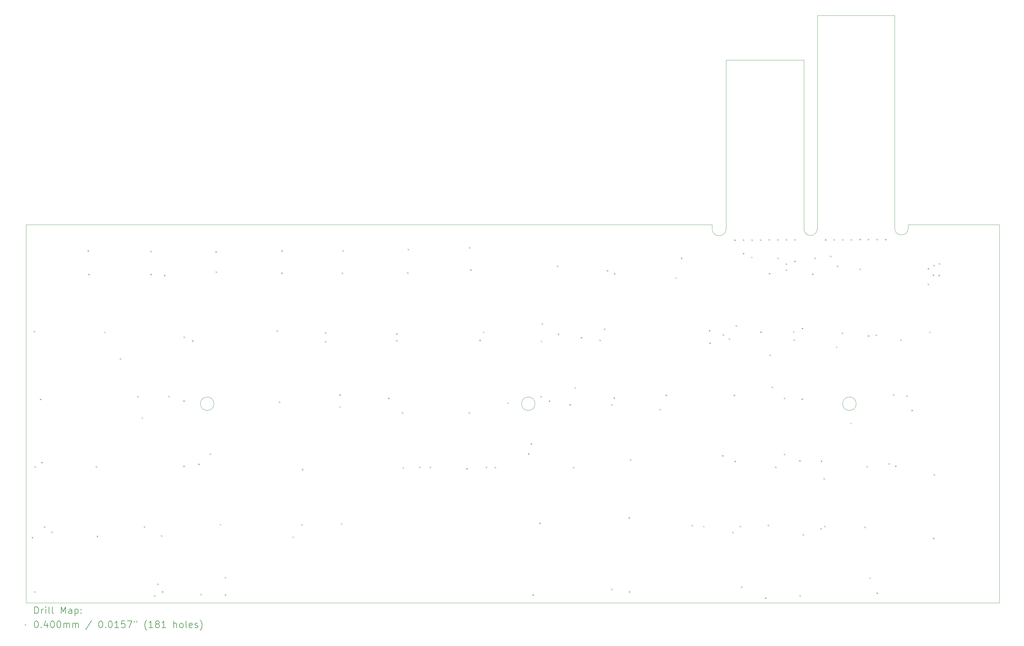
<source format=gbr>
%TF.GenerationSoftware,KiCad,Pcbnew,8.0.4-8.0.4-0~ubuntu22.04.1*%
%TF.CreationDate,2024-08-25T13:27:29+01:00*%
%TF.ProjectId,membrane1,6d656d62-7261-46e6-9531-2e6b69636164,V1.1*%
%TF.SameCoordinates,Original*%
%TF.FileFunction,Drillmap*%
%TF.FilePolarity,Positive*%
%FSLAX45Y45*%
G04 Gerber Fmt 4.5, Leading zero omitted, Abs format (unit mm)*
G04 Created by KiCad (PCBNEW 8.0.4-8.0.4-0~ubuntu22.04.1) date 2024-08-25 13:27:29*
%MOMM*%
%LPD*%
G01*
G04 APERTURE LIST*
%ADD10C,0.050000*%
%ADD11C,0.200000*%
%ADD12C,0.100000*%
G04 APERTURE END LIST*
D10*
X6800000Y-8700000D02*
X6800000Y-19900000D01*
X6800000Y-19900000D02*
X35600000Y-19900000D01*
X32900000Y-8700000D02*
X35600000Y-8700000D01*
X26100000Y-8700000D02*
X6800000Y-8700000D01*
X27511000Y-8820000D02*
G75*
G02*
X27100000Y-8820000I-205500J0D01*
G01*
X26100000Y-8700000D02*
X26700000Y-8700000D01*
X27100000Y-8700000D02*
X26700000Y-8700000D01*
X27100000Y-8810000D02*
X27100000Y-8820000D01*
X32900000Y-8700000D02*
X32900000Y-8800000D01*
X30209000Y-2499000D02*
X32500000Y-2500000D01*
X30209000Y-8819980D02*
X30209000Y-2499000D01*
X29811000Y-3820000D02*
X27511000Y-3820000D01*
X12360000Y-14000000D02*
G75*
G02*
X11960000Y-14000000I-200000J0D01*
G01*
X11960000Y-14000000D02*
G75*
G02*
X12360000Y-14000000I200000J0D01*
G01*
X30209000Y-8819980D02*
G75*
G02*
X29811000Y-8819980I-199000J-5D01*
G01*
X31360000Y-14000000D02*
G75*
G02*
X30960000Y-14000000I-200000J0D01*
G01*
X30960000Y-14000000D02*
G75*
G02*
X31360000Y-14000000I200000J0D01*
G01*
X32500000Y-2500000D02*
X32500000Y-8800000D01*
X21860000Y-14000000D02*
G75*
G02*
X21460000Y-14000000I-200000J0D01*
G01*
X21460000Y-14000000D02*
G75*
G02*
X21860000Y-14000000I200000J0D01*
G01*
X35600000Y-19900000D02*
X35600000Y-8700000D01*
X29811000Y-3820000D02*
X29811000Y-8819980D01*
X27100000Y-8810000D02*
X27100000Y-8700000D01*
X32900000Y-8800000D02*
G75*
G02*
X32500000Y-8800000I-200000J0D01*
G01*
X27511000Y-8820000D02*
X27511000Y-3820000D01*
D11*
D12*
X6967500Y-17940000D02*
X7007500Y-17980000D01*
X7007500Y-17940000D02*
X6967500Y-17980000D01*
X7020000Y-11840000D02*
X7060000Y-11880000D01*
X7060000Y-11840000D02*
X7020000Y-11880000D01*
X7040000Y-19550000D02*
X7080000Y-19590000D01*
X7080000Y-19550000D02*
X7040000Y-19590000D01*
X7050000Y-15850000D02*
X7090000Y-15890000D01*
X7090000Y-15850000D02*
X7050000Y-15890000D01*
X7210000Y-13850000D02*
X7250000Y-13890000D01*
X7250000Y-13850000D02*
X7210000Y-13890000D01*
X7250000Y-15720000D02*
X7290000Y-15760000D01*
X7290000Y-15720000D02*
X7250000Y-15760000D01*
X7330000Y-17627500D02*
X7370000Y-17667500D01*
X7370000Y-17627500D02*
X7330000Y-17667500D01*
X7550000Y-17780000D02*
X7590000Y-17820000D01*
X7590000Y-17780000D02*
X7550000Y-17820000D01*
X8620000Y-9450000D02*
X8660000Y-9490000D01*
X8660000Y-9450000D02*
X8620000Y-9490000D01*
X8640000Y-10150000D02*
X8680000Y-10190000D01*
X8680000Y-10150000D02*
X8640000Y-10190000D01*
X8860000Y-15840000D02*
X8900000Y-15880000D01*
X8900000Y-15840000D02*
X8860000Y-15880000D01*
X8890000Y-17910000D02*
X8930000Y-17950000D01*
X8930000Y-17910000D02*
X8890000Y-17950000D01*
X9110000Y-11860000D02*
X9150000Y-11900000D01*
X9150000Y-11860000D02*
X9110000Y-11900000D01*
X9570000Y-12650000D02*
X9610000Y-12690000D01*
X9610000Y-12650000D02*
X9570000Y-12690000D01*
X10090000Y-13770000D02*
X10130000Y-13810000D01*
X10130000Y-13770000D02*
X10090000Y-13810000D01*
X10220000Y-14400000D02*
X10260000Y-14440000D01*
X10260000Y-14400000D02*
X10220000Y-14440000D01*
X10280000Y-17627500D02*
X10320000Y-17667500D01*
X10320000Y-17627500D02*
X10280000Y-17667500D01*
X10480000Y-9470000D02*
X10520000Y-9510000D01*
X10520000Y-9470000D02*
X10480000Y-9510000D01*
X10480000Y-10150000D02*
X10520000Y-10190000D01*
X10520000Y-10150000D02*
X10480000Y-10190000D01*
X10590000Y-19670000D02*
X10630000Y-19710000D01*
X10630000Y-19670000D02*
X10590000Y-19710000D01*
X10680000Y-19320000D02*
X10720000Y-19360000D01*
X10720000Y-19320000D02*
X10680000Y-19360000D01*
X10790000Y-17890000D02*
X10830000Y-17930000D01*
X10830000Y-17890000D02*
X10790000Y-17930000D01*
X10820000Y-19550000D02*
X10860000Y-19590000D01*
X10860000Y-19550000D02*
X10820000Y-19590000D01*
X10880000Y-10180000D02*
X10920000Y-10220000D01*
X10920000Y-10180000D02*
X10880000Y-10220000D01*
X11010000Y-13760000D02*
X11050000Y-13800000D01*
X11050000Y-13760000D02*
X11010000Y-13800000D01*
X11450000Y-13900000D02*
X11490000Y-13940000D01*
X11490000Y-13900000D02*
X11450000Y-13940000D01*
X11450000Y-15830000D02*
X11490000Y-15870000D01*
X11490000Y-15830000D02*
X11450000Y-15870000D01*
X11460000Y-12010000D02*
X11500000Y-12050000D01*
X11500000Y-12010000D02*
X11460000Y-12050000D01*
X11710000Y-12120000D02*
X11750000Y-12160000D01*
X11750000Y-12120000D02*
X11710000Y-12160000D01*
X11890000Y-15770000D02*
X11930000Y-15810000D01*
X11930000Y-15770000D02*
X11890000Y-15810000D01*
X11960000Y-19630000D02*
X12000000Y-19670000D01*
X12000000Y-19630000D02*
X11960000Y-19670000D01*
X12230000Y-15470000D02*
X12270000Y-15510000D01*
X12270000Y-15470000D02*
X12230000Y-15510000D01*
X12400000Y-9480000D02*
X12440000Y-9520000D01*
X12440000Y-9480000D02*
X12400000Y-9520000D01*
X12410000Y-10080000D02*
X12450000Y-10120000D01*
X12450000Y-10080000D02*
X12410000Y-10120000D01*
X12530000Y-17557500D02*
X12570000Y-17597500D01*
X12570000Y-17557500D02*
X12530000Y-17597500D01*
X12680000Y-19130000D02*
X12720000Y-19170000D01*
X12720000Y-19130000D02*
X12680000Y-19170000D01*
X12680000Y-19640000D02*
X12720000Y-19680000D01*
X12720000Y-19640000D02*
X12680000Y-19680000D01*
X14210000Y-11820000D02*
X14250000Y-11860000D01*
X14250000Y-11820000D02*
X14210000Y-11860000D01*
X14280000Y-13930000D02*
X14320000Y-13970000D01*
X14320000Y-13930000D02*
X14280000Y-13970000D01*
X14350000Y-9450000D02*
X14390000Y-9490000D01*
X14390000Y-9450000D02*
X14350000Y-9490000D01*
X14350000Y-10110000D02*
X14390000Y-10150000D01*
X14390000Y-10110000D02*
X14350000Y-10150000D01*
X14680000Y-17930000D02*
X14720000Y-17970000D01*
X14720000Y-17930000D02*
X14680000Y-17970000D01*
X14940000Y-17560000D02*
X14980000Y-17600000D01*
X14980000Y-17560000D02*
X14940000Y-17600000D01*
X14960000Y-15930000D02*
X15000000Y-15970000D01*
X15000000Y-15930000D02*
X14960000Y-15970000D01*
X15640000Y-11880000D02*
X15680000Y-11920000D01*
X15680000Y-11880000D02*
X15640000Y-11920000D01*
X15640000Y-12140000D02*
X15680000Y-12180000D01*
X15680000Y-12140000D02*
X15640000Y-12180000D01*
X16070000Y-13720000D02*
X16110000Y-13760000D01*
X16110000Y-13720000D02*
X16070000Y-13760000D01*
X16070000Y-14070000D02*
X16110000Y-14110000D01*
X16110000Y-14070000D02*
X16070000Y-14110000D01*
X16120000Y-17540000D02*
X16160000Y-17580000D01*
X16160000Y-17540000D02*
X16120000Y-17580000D01*
X16140000Y-10110000D02*
X16180000Y-10150000D01*
X16180000Y-10110000D02*
X16140000Y-10150000D01*
X16160000Y-9450000D02*
X16200000Y-9490000D01*
X16200000Y-9450000D02*
X16160000Y-9490000D01*
X17510000Y-13820000D02*
X17550000Y-13860000D01*
X17550000Y-13820000D02*
X17510000Y-13860000D01*
X17750000Y-11910000D02*
X17790000Y-11950000D01*
X17790000Y-11910000D02*
X17750000Y-11950000D01*
X17750000Y-12110000D02*
X17790000Y-12150000D01*
X17790000Y-12110000D02*
X17750000Y-12150000D01*
X17920000Y-14250000D02*
X17960000Y-14290000D01*
X17960000Y-14250000D02*
X17920000Y-14290000D01*
X17940000Y-15880000D02*
X17980000Y-15920000D01*
X17980000Y-15880000D02*
X17940000Y-15920000D01*
X18070000Y-10100000D02*
X18110000Y-10140000D01*
X18110000Y-10100000D02*
X18070000Y-10140000D01*
X18090000Y-9410000D02*
X18130000Y-9450000D01*
X18130000Y-9410000D02*
X18090000Y-9450000D01*
X18430000Y-15860000D02*
X18470000Y-15900000D01*
X18470000Y-15860000D02*
X18430000Y-15900000D01*
X18740000Y-15860000D02*
X18780000Y-15900000D01*
X18780000Y-15860000D02*
X18740000Y-15900000D01*
X19820000Y-15900000D02*
X19860000Y-15940000D01*
X19860000Y-15900000D02*
X19820000Y-15940000D01*
X19890000Y-14250000D02*
X19930000Y-14290000D01*
X19930000Y-14250000D02*
X19890000Y-14290000D01*
X19900000Y-9360000D02*
X19940000Y-9400000D01*
X19940000Y-9360000D02*
X19900000Y-9400000D01*
X19940000Y-10020000D02*
X19980000Y-10060000D01*
X19980000Y-10020000D02*
X19940000Y-10060000D01*
X20210000Y-12100000D02*
X20250000Y-12140000D01*
X20250000Y-12100000D02*
X20210000Y-12140000D01*
X20320000Y-11860000D02*
X20360000Y-11900000D01*
X20360000Y-11860000D02*
X20320000Y-11900000D01*
X20400000Y-15860000D02*
X20440000Y-15900000D01*
X20440000Y-15860000D02*
X20400000Y-15900000D01*
X20660000Y-15870000D02*
X20700000Y-15910000D01*
X20700000Y-15870000D02*
X20660000Y-15910000D01*
X21040000Y-13960000D02*
X21080000Y-14000000D01*
X21080000Y-13960000D02*
X21040000Y-14000000D01*
X21650000Y-15460000D02*
X21690000Y-15500000D01*
X21690000Y-15460000D02*
X21650000Y-15500000D01*
X21730000Y-15170000D02*
X21770000Y-15210000D01*
X21770000Y-15170000D02*
X21730000Y-15210000D01*
X21780000Y-19640000D02*
X21820000Y-19680000D01*
X21820000Y-19640000D02*
X21780000Y-19680000D01*
X21980000Y-17520000D02*
X22020000Y-17560000D01*
X22020000Y-17520000D02*
X21980000Y-17560000D01*
X22020000Y-13770000D02*
X22060000Y-13810000D01*
X22060000Y-13770000D02*
X22020000Y-13810000D01*
X22030000Y-12130000D02*
X22070000Y-12170000D01*
X22070000Y-12130000D02*
X22030000Y-12170000D01*
X22050000Y-11610000D02*
X22090000Y-11650000D01*
X22090000Y-11610000D02*
X22050000Y-11650000D01*
X22260000Y-13900000D02*
X22300000Y-13940000D01*
X22300000Y-13900000D02*
X22260000Y-13940000D01*
X22510000Y-9910000D02*
X22550000Y-9950000D01*
X22550000Y-9910000D02*
X22510000Y-9950000D01*
X22530000Y-11920000D02*
X22570000Y-11960000D01*
X22570000Y-11920000D02*
X22530000Y-11960000D01*
X22870000Y-14010000D02*
X22910000Y-14050000D01*
X22910000Y-14010000D02*
X22870000Y-14050000D01*
X22980000Y-15870000D02*
X23020000Y-15910000D01*
X23020000Y-15870000D02*
X22980000Y-15910000D01*
X23030000Y-13510000D02*
X23070000Y-13550000D01*
X23070000Y-13510000D02*
X23030000Y-13550000D01*
X23210000Y-12020000D02*
X23250000Y-12060000D01*
X23250000Y-12020000D02*
X23210000Y-12060000D01*
X23760000Y-12100000D02*
X23800000Y-12140000D01*
X23800000Y-12100000D02*
X23760000Y-12140000D01*
X23900000Y-11770000D02*
X23940000Y-11810000D01*
X23940000Y-11770000D02*
X23900000Y-11810000D01*
X23980000Y-10040000D02*
X24020000Y-10080000D01*
X24020000Y-10040000D02*
X23980000Y-10080000D01*
X24110000Y-14012500D02*
X24150000Y-14052500D01*
X24150000Y-14012500D02*
X24110000Y-14052500D01*
X24110000Y-19477500D02*
X24150000Y-19517500D01*
X24150000Y-19477500D02*
X24110000Y-19517500D01*
X24180000Y-13810000D02*
X24220000Y-13850000D01*
X24220000Y-13810000D02*
X24180000Y-13850000D01*
X24190000Y-10130000D02*
X24230000Y-10170000D01*
X24230000Y-10130000D02*
X24190000Y-10170000D01*
X24620000Y-17360000D02*
X24660000Y-17400000D01*
X24660000Y-17360000D02*
X24620000Y-17400000D01*
X24630000Y-19550000D02*
X24670000Y-19590000D01*
X24670000Y-19550000D02*
X24630000Y-19590000D01*
X24670000Y-15640000D02*
X24710000Y-15680000D01*
X24710000Y-15640000D02*
X24670000Y-15680000D01*
X25540000Y-14150000D02*
X25580000Y-14190000D01*
X25580000Y-14150000D02*
X25540000Y-14190000D01*
X25720000Y-13730000D02*
X25760000Y-13770000D01*
X25760000Y-13730000D02*
X25720000Y-13770000D01*
X26010000Y-10250000D02*
X26050000Y-10290000D01*
X26050000Y-10250000D02*
X26010000Y-10290000D01*
X26170000Y-9670000D02*
X26210000Y-9710000D01*
X26210000Y-9670000D02*
X26170000Y-9710000D01*
X26490000Y-17590000D02*
X26530000Y-17630000D01*
X26530000Y-17590000D02*
X26490000Y-17630000D01*
X26830000Y-17617500D02*
X26870000Y-17657500D01*
X26870000Y-17617500D02*
X26830000Y-17657500D01*
X27000000Y-11810000D02*
X27040000Y-11850000D01*
X27040000Y-11810000D02*
X27000000Y-11850000D01*
X27010000Y-12180000D02*
X27050000Y-12220000D01*
X27050000Y-12180000D02*
X27010000Y-12220000D01*
X27390000Y-15520000D02*
X27430000Y-15560000D01*
X27430000Y-15520000D02*
X27390000Y-15560000D01*
X27410000Y-11940000D02*
X27450000Y-11980000D01*
X27450000Y-11940000D02*
X27410000Y-11980000D01*
X27590000Y-12060000D02*
X27630000Y-12100000D01*
X27630000Y-12060000D02*
X27590000Y-12100000D01*
X27690000Y-17790000D02*
X27730000Y-17830000D01*
X27730000Y-17790000D02*
X27690000Y-17830000D01*
X27730000Y-13730000D02*
X27770000Y-13770000D01*
X27770000Y-13730000D02*
X27730000Y-13770000D01*
X27750000Y-9132000D02*
X27790000Y-9172000D01*
X27790000Y-9132000D02*
X27750000Y-9172000D01*
X27760000Y-15687500D02*
X27800000Y-15727500D01*
X27800000Y-15687500D02*
X27760000Y-15727500D01*
X27790000Y-11670000D02*
X27830000Y-11710000D01*
X27830000Y-11670000D02*
X27790000Y-11710000D01*
X27910000Y-17610000D02*
X27950000Y-17650000D01*
X27950000Y-17610000D02*
X27910000Y-17650000D01*
X27950000Y-19410000D02*
X27990000Y-19450000D01*
X27990000Y-19410000D02*
X27950000Y-19450000D01*
X28005000Y-9128000D02*
X28045000Y-9168000D01*
X28045000Y-9128000D02*
X28005000Y-9168000D01*
X28006000Y-9530000D02*
X28046000Y-9570000D01*
X28046000Y-9530000D02*
X28006000Y-9570000D01*
X28254000Y-9640000D02*
X28294000Y-9680000D01*
X28294000Y-9640000D02*
X28254000Y-9680000D01*
X28260360Y-9126000D02*
X28300360Y-9166000D01*
X28300360Y-9126000D02*
X28260360Y-9166000D01*
X28511000Y-9129000D02*
X28551000Y-9169000D01*
X28551000Y-9129000D02*
X28511000Y-9169000D01*
X28520000Y-11860000D02*
X28560000Y-11900000D01*
X28560000Y-11860000D02*
X28520000Y-11900000D01*
X28660000Y-19735000D02*
X28700000Y-19775000D01*
X28700000Y-19735000D02*
X28660000Y-19775000D01*
X28740000Y-17580000D02*
X28780000Y-17620000D01*
X28780000Y-17580000D02*
X28740000Y-17620000D01*
X28768000Y-9122000D02*
X28808000Y-9162000D01*
X28808000Y-9122000D02*
X28768000Y-9162000D01*
X28772000Y-10124000D02*
X28812000Y-10164000D01*
X28812000Y-10124000D02*
X28772000Y-10164000D01*
X28790000Y-12540000D02*
X28830000Y-12580000D01*
X28830000Y-12540000D02*
X28790000Y-12580000D01*
X28860000Y-13490000D02*
X28900000Y-13530000D01*
X28900000Y-13490000D02*
X28860000Y-13530000D01*
X28960000Y-15860000D02*
X29000000Y-15900000D01*
X29000000Y-15860000D02*
X28960000Y-15900000D01*
X29022360Y-9121360D02*
X29062360Y-9161360D01*
X29062360Y-9121360D02*
X29022360Y-9161360D01*
X29027000Y-9670000D02*
X29067000Y-9710000D01*
X29067000Y-9670000D02*
X29027000Y-9710000D01*
X29220000Y-13822500D02*
X29260000Y-13862500D01*
X29260000Y-13822500D02*
X29220000Y-13862500D01*
X29220000Y-15480000D02*
X29260000Y-15520000D01*
X29260000Y-15480000D02*
X29220000Y-15520000D01*
X29271000Y-9837500D02*
X29311000Y-9877500D01*
X29311000Y-9837500D02*
X29271000Y-9877500D01*
X29275000Y-9121000D02*
X29315000Y-9161000D01*
X29315000Y-9121000D02*
X29275000Y-9161000D01*
X29276000Y-10019000D02*
X29316000Y-10059000D01*
X29316000Y-10019000D02*
X29276000Y-10059000D01*
X29490000Y-11850000D02*
X29530000Y-11890000D01*
X29530000Y-11850000D02*
X29490000Y-11890000D01*
X29500000Y-12090000D02*
X29540000Y-12130000D01*
X29540000Y-12090000D02*
X29500000Y-12130000D01*
X29526000Y-9760000D02*
X29566000Y-9800000D01*
X29566000Y-9760000D02*
X29526000Y-9800000D01*
X29530360Y-9122583D02*
X29570360Y-9162583D01*
X29570360Y-9122583D02*
X29530360Y-9162583D01*
X29670000Y-15670000D02*
X29710000Y-15710000D01*
X29710000Y-15670000D02*
X29670000Y-15710000D01*
X29680000Y-19662500D02*
X29720000Y-19702500D01*
X29720000Y-19662500D02*
X29680000Y-19702500D01*
X29740000Y-13840000D02*
X29780000Y-13880000D01*
X29780000Y-13840000D02*
X29740000Y-13880000D01*
X29750000Y-11750000D02*
X29790000Y-11790000D01*
X29790000Y-11750000D02*
X29750000Y-11790000D01*
X29770000Y-17860000D02*
X29810000Y-17900000D01*
X29810000Y-17860000D02*
X29770000Y-17900000D01*
X30050000Y-10140000D02*
X30090000Y-10180000D01*
X30090000Y-10140000D02*
X30050000Y-10180000D01*
X30120000Y-9670000D02*
X30160000Y-9710000D01*
X30160000Y-9670000D02*
X30120000Y-9710000D01*
X30300000Y-17680000D02*
X30340000Y-17720000D01*
X30340000Y-17680000D02*
X30300000Y-17720000D01*
X30310000Y-15680000D02*
X30350000Y-15720000D01*
X30350000Y-15680000D02*
X30310000Y-15720000D01*
X30390000Y-16200000D02*
X30430000Y-16240000D01*
X30430000Y-16200000D02*
X30390000Y-16240000D01*
X30410000Y-17610000D02*
X30450000Y-17650000D01*
X30450000Y-17610000D02*
X30410000Y-17650000D01*
X30432640Y-9125418D02*
X30472640Y-9165418D01*
X30472640Y-9125418D02*
X30432640Y-9165418D01*
X30587000Y-9610000D02*
X30627000Y-9650000D01*
X30627000Y-9610000D02*
X30587000Y-9650000D01*
X30687640Y-9121418D02*
X30727640Y-9161418D01*
X30727640Y-9121418D02*
X30687640Y-9161418D01*
X30760000Y-12300000D02*
X30800000Y-12340000D01*
X30800000Y-12300000D02*
X30760000Y-12340000D01*
X30786400Y-9910000D02*
X30826400Y-9950000D01*
X30826400Y-9910000D02*
X30786400Y-9950000D01*
X30930000Y-11890000D02*
X30970000Y-11930000D01*
X30970000Y-11890000D02*
X30930000Y-11930000D01*
X30943000Y-9119418D02*
X30983000Y-9159418D01*
X30983000Y-9119418D02*
X30943000Y-9159418D01*
X31190000Y-14560000D02*
X31230000Y-14600000D01*
X31230000Y-14560000D02*
X31190000Y-14600000D01*
X31197000Y-9119058D02*
X31237000Y-9159058D01*
X31237000Y-9119058D02*
X31197000Y-9159058D01*
X31453540Y-9112518D02*
X31493540Y-9152518D01*
X31493540Y-9112518D02*
X31453540Y-9152518D01*
X31460000Y-9990000D02*
X31500000Y-10030000D01*
X31500000Y-9990000D02*
X31460000Y-10030000D01*
X31600000Y-17640000D02*
X31640000Y-17680000D01*
X31640000Y-17640000D02*
X31600000Y-17680000D01*
X31660000Y-15840000D02*
X31700000Y-15880000D01*
X31700000Y-15840000D02*
X31660000Y-15880000D01*
X31704600Y-11968800D02*
X31744600Y-12008800D01*
X31744600Y-11968800D02*
X31704600Y-12008800D01*
X31705000Y-9114778D02*
X31745000Y-9154778D01*
X31745000Y-9114778D02*
X31705000Y-9154778D01*
X31750000Y-19140000D02*
X31790000Y-19180000D01*
X31790000Y-19140000D02*
X31750000Y-19180000D01*
X31933200Y-11950000D02*
X31973200Y-11990000D01*
X31973200Y-11950000D02*
X31933200Y-11990000D01*
X31957640Y-9114418D02*
X31997640Y-9154418D01*
X31997640Y-9114418D02*
X31957640Y-9154418D01*
X31960000Y-19590000D02*
X32000000Y-19630000D01*
X32000000Y-19590000D02*
X31960000Y-19630000D01*
X32213000Y-9116000D02*
X32253000Y-9156000D01*
X32253000Y-9116000D02*
X32213000Y-9156000D01*
X32310000Y-15760000D02*
X32350000Y-15800000D01*
X32350000Y-15760000D02*
X32310000Y-15800000D01*
X32450000Y-13720000D02*
X32490000Y-13760000D01*
X32490000Y-13720000D02*
X32450000Y-13760000D01*
X32510000Y-15830000D02*
X32550000Y-15870000D01*
X32550000Y-15830000D02*
X32510000Y-15870000D01*
X32660000Y-12090000D02*
X32700000Y-12130000D01*
X32700000Y-12090000D02*
X32660000Y-12130000D01*
X32840000Y-13750000D02*
X32880000Y-13790000D01*
X32880000Y-13750000D02*
X32840000Y-13790000D01*
X32990000Y-14180000D02*
X33030000Y-14220000D01*
X33030000Y-14180000D02*
X32990000Y-14220000D01*
X33470000Y-9980000D02*
X33510000Y-10020000D01*
X33510000Y-9980000D02*
X33470000Y-10020000D01*
X33470000Y-10440000D02*
X33510000Y-10480000D01*
X33510000Y-10440000D02*
X33470000Y-10480000D01*
X33520000Y-11860000D02*
X33560000Y-11900000D01*
X33560000Y-11860000D02*
X33520000Y-11900000D01*
X33620000Y-10170000D02*
X33660000Y-10210000D01*
X33660000Y-10170000D02*
X33620000Y-10210000D01*
X33630000Y-17970000D02*
X33670000Y-18010000D01*
X33670000Y-17970000D02*
X33630000Y-18010000D01*
X33640000Y-9880000D02*
X33680000Y-9920000D01*
X33680000Y-9880000D02*
X33640000Y-9920000D01*
X33650000Y-16080000D02*
X33690000Y-16120000D01*
X33690000Y-16080000D02*
X33650000Y-16120000D01*
X33790000Y-10180000D02*
X33830000Y-10220000D01*
X33830000Y-10180000D02*
X33790000Y-10220000D01*
X33800000Y-9830000D02*
X33840000Y-9870000D01*
X33840000Y-9830000D02*
X33800000Y-9870000D01*
D11*
X7058277Y-20213984D02*
X7058277Y-20013984D01*
X7058277Y-20013984D02*
X7105896Y-20013984D01*
X7105896Y-20013984D02*
X7134467Y-20023508D01*
X7134467Y-20023508D02*
X7153515Y-20042555D01*
X7153515Y-20042555D02*
X7163039Y-20061603D01*
X7163039Y-20061603D02*
X7172562Y-20099698D01*
X7172562Y-20099698D02*
X7172562Y-20128270D01*
X7172562Y-20128270D02*
X7163039Y-20166365D01*
X7163039Y-20166365D02*
X7153515Y-20185412D01*
X7153515Y-20185412D02*
X7134467Y-20204460D01*
X7134467Y-20204460D02*
X7105896Y-20213984D01*
X7105896Y-20213984D02*
X7058277Y-20213984D01*
X7258277Y-20213984D02*
X7258277Y-20080650D01*
X7258277Y-20118746D02*
X7267801Y-20099698D01*
X7267801Y-20099698D02*
X7277324Y-20090174D01*
X7277324Y-20090174D02*
X7296372Y-20080650D01*
X7296372Y-20080650D02*
X7315420Y-20080650D01*
X7382086Y-20213984D02*
X7382086Y-20080650D01*
X7382086Y-20013984D02*
X7372562Y-20023508D01*
X7372562Y-20023508D02*
X7382086Y-20033031D01*
X7382086Y-20033031D02*
X7391610Y-20023508D01*
X7391610Y-20023508D02*
X7382086Y-20013984D01*
X7382086Y-20013984D02*
X7382086Y-20033031D01*
X7505896Y-20213984D02*
X7486848Y-20204460D01*
X7486848Y-20204460D02*
X7477324Y-20185412D01*
X7477324Y-20185412D02*
X7477324Y-20013984D01*
X7610658Y-20213984D02*
X7591610Y-20204460D01*
X7591610Y-20204460D02*
X7582086Y-20185412D01*
X7582086Y-20185412D02*
X7582086Y-20013984D01*
X7839229Y-20213984D02*
X7839229Y-20013984D01*
X7839229Y-20013984D02*
X7905896Y-20156841D01*
X7905896Y-20156841D02*
X7972562Y-20013984D01*
X7972562Y-20013984D02*
X7972562Y-20213984D01*
X8153515Y-20213984D02*
X8153515Y-20109222D01*
X8153515Y-20109222D02*
X8143991Y-20090174D01*
X8143991Y-20090174D02*
X8124943Y-20080650D01*
X8124943Y-20080650D02*
X8086848Y-20080650D01*
X8086848Y-20080650D02*
X8067801Y-20090174D01*
X8153515Y-20204460D02*
X8134467Y-20213984D01*
X8134467Y-20213984D02*
X8086848Y-20213984D01*
X8086848Y-20213984D02*
X8067801Y-20204460D01*
X8067801Y-20204460D02*
X8058277Y-20185412D01*
X8058277Y-20185412D02*
X8058277Y-20166365D01*
X8058277Y-20166365D02*
X8067801Y-20147317D01*
X8067801Y-20147317D02*
X8086848Y-20137793D01*
X8086848Y-20137793D02*
X8134467Y-20137793D01*
X8134467Y-20137793D02*
X8153515Y-20128270D01*
X8248753Y-20080650D02*
X8248753Y-20280650D01*
X8248753Y-20090174D02*
X8267801Y-20080650D01*
X8267801Y-20080650D02*
X8305896Y-20080650D01*
X8305896Y-20080650D02*
X8324943Y-20090174D01*
X8324943Y-20090174D02*
X8334467Y-20099698D01*
X8334467Y-20099698D02*
X8343991Y-20118746D01*
X8343991Y-20118746D02*
X8343991Y-20175889D01*
X8343991Y-20175889D02*
X8334467Y-20194936D01*
X8334467Y-20194936D02*
X8324943Y-20204460D01*
X8324943Y-20204460D02*
X8305896Y-20213984D01*
X8305896Y-20213984D02*
X8267801Y-20213984D01*
X8267801Y-20213984D02*
X8248753Y-20204460D01*
X8429705Y-20194936D02*
X8439229Y-20204460D01*
X8439229Y-20204460D02*
X8429705Y-20213984D01*
X8429705Y-20213984D02*
X8420182Y-20204460D01*
X8420182Y-20204460D02*
X8429705Y-20194936D01*
X8429705Y-20194936D02*
X8429705Y-20213984D01*
X8429705Y-20090174D02*
X8439229Y-20099698D01*
X8439229Y-20099698D02*
X8429705Y-20109222D01*
X8429705Y-20109222D02*
X8420182Y-20099698D01*
X8420182Y-20099698D02*
X8429705Y-20090174D01*
X8429705Y-20090174D02*
X8429705Y-20109222D01*
D12*
X6757500Y-20522500D02*
X6797500Y-20562500D01*
X6797500Y-20522500D02*
X6757500Y-20562500D01*
D11*
X7096372Y-20433984D02*
X7115420Y-20433984D01*
X7115420Y-20433984D02*
X7134467Y-20443508D01*
X7134467Y-20443508D02*
X7143991Y-20453031D01*
X7143991Y-20453031D02*
X7153515Y-20472079D01*
X7153515Y-20472079D02*
X7163039Y-20510174D01*
X7163039Y-20510174D02*
X7163039Y-20557793D01*
X7163039Y-20557793D02*
X7153515Y-20595889D01*
X7153515Y-20595889D02*
X7143991Y-20614936D01*
X7143991Y-20614936D02*
X7134467Y-20624460D01*
X7134467Y-20624460D02*
X7115420Y-20633984D01*
X7115420Y-20633984D02*
X7096372Y-20633984D01*
X7096372Y-20633984D02*
X7077324Y-20624460D01*
X7077324Y-20624460D02*
X7067801Y-20614936D01*
X7067801Y-20614936D02*
X7058277Y-20595889D01*
X7058277Y-20595889D02*
X7048753Y-20557793D01*
X7048753Y-20557793D02*
X7048753Y-20510174D01*
X7048753Y-20510174D02*
X7058277Y-20472079D01*
X7058277Y-20472079D02*
X7067801Y-20453031D01*
X7067801Y-20453031D02*
X7077324Y-20443508D01*
X7077324Y-20443508D02*
X7096372Y-20433984D01*
X7248753Y-20614936D02*
X7258277Y-20624460D01*
X7258277Y-20624460D02*
X7248753Y-20633984D01*
X7248753Y-20633984D02*
X7239229Y-20624460D01*
X7239229Y-20624460D02*
X7248753Y-20614936D01*
X7248753Y-20614936D02*
X7248753Y-20633984D01*
X7429705Y-20500650D02*
X7429705Y-20633984D01*
X7382086Y-20424460D02*
X7334467Y-20567317D01*
X7334467Y-20567317D02*
X7458277Y-20567317D01*
X7572562Y-20433984D02*
X7591610Y-20433984D01*
X7591610Y-20433984D02*
X7610658Y-20443508D01*
X7610658Y-20443508D02*
X7620182Y-20453031D01*
X7620182Y-20453031D02*
X7629705Y-20472079D01*
X7629705Y-20472079D02*
X7639229Y-20510174D01*
X7639229Y-20510174D02*
X7639229Y-20557793D01*
X7639229Y-20557793D02*
X7629705Y-20595889D01*
X7629705Y-20595889D02*
X7620182Y-20614936D01*
X7620182Y-20614936D02*
X7610658Y-20624460D01*
X7610658Y-20624460D02*
X7591610Y-20633984D01*
X7591610Y-20633984D02*
X7572562Y-20633984D01*
X7572562Y-20633984D02*
X7553515Y-20624460D01*
X7553515Y-20624460D02*
X7543991Y-20614936D01*
X7543991Y-20614936D02*
X7534467Y-20595889D01*
X7534467Y-20595889D02*
X7524943Y-20557793D01*
X7524943Y-20557793D02*
X7524943Y-20510174D01*
X7524943Y-20510174D02*
X7534467Y-20472079D01*
X7534467Y-20472079D02*
X7543991Y-20453031D01*
X7543991Y-20453031D02*
X7553515Y-20443508D01*
X7553515Y-20443508D02*
X7572562Y-20433984D01*
X7763039Y-20433984D02*
X7782086Y-20433984D01*
X7782086Y-20433984D02*
X7801134Y-20443508D01*
X7801134Y-20443508D02*
X7810658Y-20453031D01*
X7810658Y-20453031D02*
X7820182Y-20472079D01*
X7820182Y-20472079D02*
X7829705Y-20510174D01*
X7829705Y-20510174D02*
X7829705Y-20557793D01*
X7829705Y-20557793D02*
X7820182Y-20595889D01*
X7820182Y-20595889D02*
X7810658Y-20614936D01*
X7810658Y-20614936D02*
X7801134Y-20624460D01*
X7801134Y-20624460D02*
X7782086Y-20633984D01*
X7782086Y-20633984D02*
X7763039Y-20633984D01*
X7763039Y-20633984D02*
X7743991Y-20624460D01*
X7743991Y-20624460D02*
X7734467Y-20614936D01*
X7734467Y-20614936D02*
X7724943Y-20595889D01*
X7724943Y-20595889D02*
X7715420Y-20557793D01*
X7715420Y-20557793D02*
X7715420Y-20510174D01*
X7715420Y-20510174D02*
X7724943Y-20472079D01*
X7724943Y-20472079D02*
X7734467Y-20453031D01*
X7734467Y-20453031D02*
X7743991Y-20443508D01*
X7743991Y-20443508D02*
X7763039Y-20433984D01*
X7915420Y-20633984D02*
X7915420Y-20500650D01*
X7915420Y-20519698D02*
X7924943Y-20510174D01*
X7924943Y-20510174D02*
X7943991Y-20500650D01*
X7943991Y-20500650D02*
X7972563Y-20500650D01*
X7972563Y-20500650D02*
X7991610Y-20510174D01*
X7991610Y-20510174D02*
X8001134Y-20529222D01*
X8001134Y-20529222D02*
X8001134Y-20633984D01*
X8001134Y-20529222D02*
X8010658Y-20510174D01*
X8010658Y-20510174D02*
X8029705Y-20500650D01*
X8029705Y-20500650D02*
X8058277Y-20500650D01*
X8058277Y-20500650D02*
X8077324Y-20510174D01*
X8077324Y-20510174D02*
X8086848Y-20529222D01*
X8086848Y-20529222D02*
X8086848Y-20633984D01*
X8182086Y-20633984D02*
X8182086Y-20500650D01*
X8182086Y-20519698D02*
X8191610Y-20510174D01*
X8191610Y-20510174D02*
X8210658Y-20500650D01*
X8210658Y-20500650D02*
X8239229Y-20500650D01*
X8239229Y-20500650D02*
X8258277Y-20510174D01*
X8258277Y-20510174D02*
X8267801Y-20529222D01*
X8267801Y-20529222D02*
X8267801Y-20633984D01*
X8267801Y-20529222D02*
X8277324Y-20510174D01*
X8277324Y-20510174D02*
X8296372Y-20500650D01*
X8296372Y-20500650D02*
X8324943Y-20500650D01*
X8324943Y-20500650D02*
X8343991Y-20510174D01*
X8343991Y-20510174D02*
X8353515Y-20529222D01*
X8353515Y-20529222D02*
X8353515Y-20633984D01*
X8743991Y-20424460D02*
X8572563Y-20681603D01*
X9001134Y-20433984D02*
X9020182Y-20433984D01*
X9020182Y-20433984D02*
X9039229Y-20443508D01*
X9039229Y-20443508D02*
X9048753Y-20453031D01*
X9048753Y-20453031D02*
X9058277Y-20472079D01*
X9058277Y-20472079D02*
X9067801Y-20510174D01*
X9067801Y-20510174D02*
X9067801Y-20557793D01*
X9067801Y-20557793D02*
X9058277Y-20595889D01*
X9058277Y-20595889D02*
X9048753Y-20614936D01*
X9048753Y-20614936D02*
X9039229Y-20624460D01*
X9039229Y-20624460D02*
X9020182Y-20633984D01*
X9020182Y-20633984D02*
X9001134Y-20633984D01*
X9001134Y-20633984D02*
X8982087Y-20624460D01*
X8982087Y-20624460D02*
X8972563Y-20614936D01*
X8972563Y-20614936D02*
X8963039Y-20595889D01*
X8963039Y-20595889D02*
X8953515Y-20557793D01*
X8953515Y-20557793D02*
X8953515Y-20510174D01*
X8953515Y-20510174D02*
X8963039Y-20472079D01*
X8963039Y-20472079D02*
X8972563Y-20453031D01*
X8972563Y-20453031D02*
X8982087Y-20443508D01*
X8982087Y-20443508D02*
X9001134Y-20433984D01*
X9153515Y-20614936D02*
X9163039Y-20624460D01*
X9163039Y-20624460D02*
X9153515Y-20633984D01*
X9153515Y-20633984D02*
X9143991Y-20624460D01*
X9143991Y-20624460D02*
X9153515Y-20614936D01*
X9153515Y-20614936D02*
X9153515Y-20633984D01*
X9286848Y-20433984D02*
X9305896Y-20433984D01*
X9305896Y-20433984D02*
X9324944Y-20443508D01*
X9324944Y-20443508D02*
X9334468Y-20453031D01*
X9334468Y-20453031D02*
X9343991Y-20472079D01*
X9343991Y-20472079D02*
X9353515Y-20510174D01*
X9353515Y-20510174D02*
X9353515Y-20557793D01*
X9353515Y-20557793D02*
X9343991Y-20595889D01*
X9343991Y-20595889D02*
X9334468Y-20614936D01*
X9334468Y-20614936D02*
X9324944Y-20624460D01*
X9324944Y-20624460D02*
X9305896Y-20633984D01*
X9305896Y-20633984D02*
X9286848Y-20633984D01*
X9286848Y-20633984D02*
X9267801Y-20624460D01*
X9267801Y-20624460D02*
X9258277Y-20614936D01*
X9258277Y-20614936D02*
X9248753Y-20595889D01*
X9248753Y-20595889D02*
X9239229Y-20557793D01*
X9239229Y-20557793D02*
X9239229Y-20510174D01*
X9239229Y-20510174D02*
X9248753Y-20472079D01*
X9248753Y-20472079D02*
X9258277Y-20453031D01*
X9258277Y-20453031D02*
X9267801Y-20443508D01*
X9267801Y-20443508D02*
X9286848Y-20433984D01*
X9543991Y-20633984D02*
X9429706Y-20633984D01*
X9486848Y-20633984D02*
X9486848Y-20433984D01*
X9486848Y-20433984D02*
X9467801Y-20462555D01*
X9467801Y-20462555D02*
X9448753Y-20481603D01*
X9448753Y-20481603D02*
X9429706Y-20491127D01*
X9724944Y-20433984D02*
X9629706Y-20433984D01*
X9629706Y-20433984D02*
X9620182Y-20529222D01*
X9620182Y-20529222D02*
X9629706Y-20519698D01*
X9629706Y-20519698D02*
X9648753Y-20510174D01*
X9648753Y-20510174D02*
X9696372Y-20510174D01*
X9696372Y-20510174D02*
X9715420Y-20519698D01*
X9715420Y-20519698D02*
X9724944Y-20529222D01*
X9724944Y-20529222D02*
X9734468Y-20548270D01*
X9734468Y-20548270D02*
X9734468Y-20595889D01*
X9734468Y-20595889D02*
X9724944Y-20614936D01*
X9724944Y-20614936D02*
X9715420Y-20624460D01*
X9715420Y-20624460D02*
X9696372Y-20633984D01*
X9696372Y-20633984D02*
X9648753Y-20633984D01*
X9648753Y-20633984D02*
X9629706Y-20624460D01*
X9629706Y-20624460D02*
X9620182Y-20614936D01*
X9801134Y-20433984D02*
X9934468Y-20433984D01*
X9934468Y-20433984D02*
X9848753Y-20633984D01*
X10001134Y-20433984D02*
X10001134Y-20472079D01*
X10077325Y-20433984D02*
X10077325Y-20472079D01*
X10372563Y-20710174D02*
X10363039Y-20700650D01*
X10363039Y-20700650D02*
X10343991Y-20672079D01*
X10343991Y-20672079D02*
X10334468Y-20653031D01*
X10334468Y-20653031D02*
X10324944Y-20624460D01*
X10324944Y-20624460D02*
X10315420Y-20576841D01*
X10315420Y-20576841D02*
X10315420Y-20538746D01*
X10315420Y-20538746D02*
X10324944Y-20491127D01*
X10324944Y-20491127D02*
X10334468Y-20462555D01*
X10334468Y-20462555D02*
X10343991Y-20443508D01*
X10343991Y-20443508D02*
X10363039Y-20414936D01*
X10363039Y-20414936D02*
X10372563Y-20405412D01*
X10553515Y-20633984D02*
X10439230Y-20633984D01*
X10496372Y-20633984D02*
X10496372Y-20433984D01*
X10496372Y-20433984D02*
X10477325Y-20462555D01*
X10477325Y-20462555D02*
X10458277Y-20481603D01*
X10458277Y-20481603D02*
X10439230Y-20491127D01*
X10667801Y-20519698D02*
X10648753Y-20510174D01*
X10648753Y-20510174D02*
X10639230Y-20500650D01*
X10639230Y-20500650D02*
X10629706Y-20481603D01*
X10629706Y-20481603D02*
X10629706Y-20472079D01*
X10629706Y-20472079D02*
X10639230Y-20453031D01*
X10639230Y-20453031D02*
X10648753Y-20443508D01*
X10648753Y-20443508D02*
X10667801Y-20433984D01*
X10667801Y-20433984D02*
X10705896Y-20433984D01*
X10705896Y-20433984D02*
X10724944Y-20443508D01*
X10724944Y-20443508D02*
X10734468Y-20453031D01*
X10734468Y-20453031D02*
X10743991Y-20472079D01*
X10743991Y-20472079D02*
X10743991Y-20481603D01*
X10743991Y-20481603D02*
X10734468Y-20500650D01*
X10734468Y-20500650D02*
X10724944Y-20510174D01*
X10724944Y-20510174D02*
X10705896Y-20519698D01*
X10705896Y-20519698D02*
X10667801Y-20519698D01*
X10667801Y-20519698D02*
X10648753Y-20529222D01*
X10648753Y-20529222D02*
X10639230Y-20538746D01*
X10639230Y-20538746D02*
X10629706Y-20557793D01*
X10629706Y-20557793D02*
X10629706Y-20595889D01*
X10629706Y-20595889D02*
X10639230Y-20614936D01*
X10639230Y-20614936D02*
X10648753Y-20624460D01*
X10648753Y-20624460D02*
X10667801Y-20633984D01*
X10667801Y-20633984D02*
X10705896Y-20633984D01*
X10705896Y-20633984D02*
X10724944Y-20624460D01*
X10724944Y-20624460D02*
X10734468Y-20614936D01*
X10734468Y-20614936D02*
X10743991Y-20595889D01*
X10743991Y-20595889D02*
X10743991Y-20557793D01*
X10743991Y-20557793D02*
X10734468Y-20538746D01*
X10734468Y-20538746D02*
X10724944Y-20529222D01*
X10724944Y-20529222D02*
X10705896Y-20519698D01*
X10934468Y-20633984D02*
X10820182Y-20633984D01*
X10877325Y-20633984D02*
X10877325Y-20433984D01*
X10877325Y-20433984D02*
X10858277Y-20462555D01*
X10858277Y-20462555D02*
X10839230Y-20481603D01*
X10839230Y-20481603D02*
X10820182Y-20491127D01*
X11172563Y-20633984D02*
X11172563Y-20433984D01*
X11258277Y-20633984D02*
X11258277Y-20529222D01*
X11258277Y-20529222D02*
X11248753Y-20510174D01*
X11248753Y-20510174D02*
X11229706Y-20500650D01*
X11229706Y-20500650D02*
X11201134Y-20500650D01*
X11201134Y-20500650D02*
X11182087Y-20510174D01*
X11182087Y-20510174D02*
X11172563Y-20519698D01*
X11382087Y-20633984D02*
X11363039Y-20624460D01*
X11363039Y-20624460D02*
X11353515Y-20614936D01*
X11353515Y-20614936D02*
X11343991Y-20595889D01*
X11343991Y-20595889D02*
X11343991Y-20538746D01*
X11343991Y-20538746D02*
X11353515Y-20519698D01*
X11353515Y-20519698D02*
X11363039Y-20510174D01*
X11363039Y-20510174D02*
X11382087Y-20500650D01*
X11382087Y-20500650D02*
X11410658Y-20500650D01*
X11410658Y-20500650D02*
X11429706Y-20510174D01*
X11429706Y-20510174D02*
X11439230Y-20519698D01*
X11439230Y-20519698D02*
X11448753Y-20538746D01*
X11448753Y-20538746D02*
X11448753Y-20595889D01*
X11448753Y-20595889D02*
X11439230Y-20614936D01*
X11439230Y-20614936D02*
X11429706Y-20624460D01*
X11429706Y-20624460D02*
X11410658Y-20633984D01*
X11410658Y-20633984D02*
X11382087Y-20633984D01*
X11563039Y-20633984D02*
X11543991Y-20624460D01*
X11543991Y-20624460D02*
X11534468Y-20605412D01*
X11534468Y-20605412D02*
X11534468Y-20433984D01*
X11715420Y-20624460D02*
X11696372Y-20633984D01*
X11696372Y-20633984D02*
X11658277Y-20633984D01*
X11658277Y-20633984D02*
X11639230Y-20624460D01*
X11639230Y-20624460D02*
X11629706Y-20605412D01*
X11629706Y-20605412D02*
X11629706Y-20529222D01*
X11629706Y-20529222D02*
X11639230Y-20510174D01*
X11639230Y-20510174D02*
X11658277Y-20500650D01*
X11658277Y-20500650D02*
X11696372Y-20500650D01*
X11696372Y-20500650D02*
X11715420Y-20510174D01*
X11715420Y-20510174D02*
X11724944Y-20529222D01*
X11724944Y-20529222D02*
X11724944Y-20548270D01*
X11724944Y-20548270D02*
X11629706Y-20567317D01*
X11801134Y-20624460D02*
X11820182Y-20633984D01*
X11820182Y-20633984D02*
X11858277Y-20633984D01*
X11858277Y-20633984D02*
X11877325Y-20624460D01*
X11877325Y-20624460D02*
X11886849Y-20605412D01*
X11886849Y-20605412D02*
X11886849Y-20595889D01*
X11886849Y-20595889D02*
X11877325Y-20576841D01*
X11877325Y-20576841D02*
X11858277Y-20567317D01*
X11858277Y-20567317D02*
X11829706Y-20567317D01*
X11829706Y-20567317D02*
X11810658Y-20557793D01*
X11810658Y-20557793D02*
X11801134Y-20538746D01*
X11801134Y-20538746D02*
X11801134Y-20529222D01*
X11801134Y-20529222D02*
X11810658Y-20510174D01*
X11810658Y-20510174D02*
X11829706Y-20500650D01*
X11829706Y-20500650D02*
X11858277Y-20500650D01*
X11858277Y-20500650D02*
X11877325Y-20510174D01*
X11953515Y-20710174D02*
X11963039Y-20700650D01*
X11963039Y-20700650D02*
X11982087Y-20672079D01*
X11982087Y-20672079D02*
X11991611Y-20653031D01*
X11991611Y-20653031D02*
X12001134Y-20624460D01*
X12001134Y-20624460D02*
X12010658Y-20576841D01*
X12010658Y-20576841D02*
X12010658Y-20538746D01*
X12010658Y-20538746D02*
X12001134Y-20491127D01*
X12001134Y-20491127D02*
X11991611Y-20462555D01*
X11991611Y-20462555D02*
X11982087Y-20443508D01*
X11982087Y-20443508D02*
X11963039Y-20414936D01*
X11963039Y-20414936D02*
X11953515Y-20405412D01*
M02*

</source>
